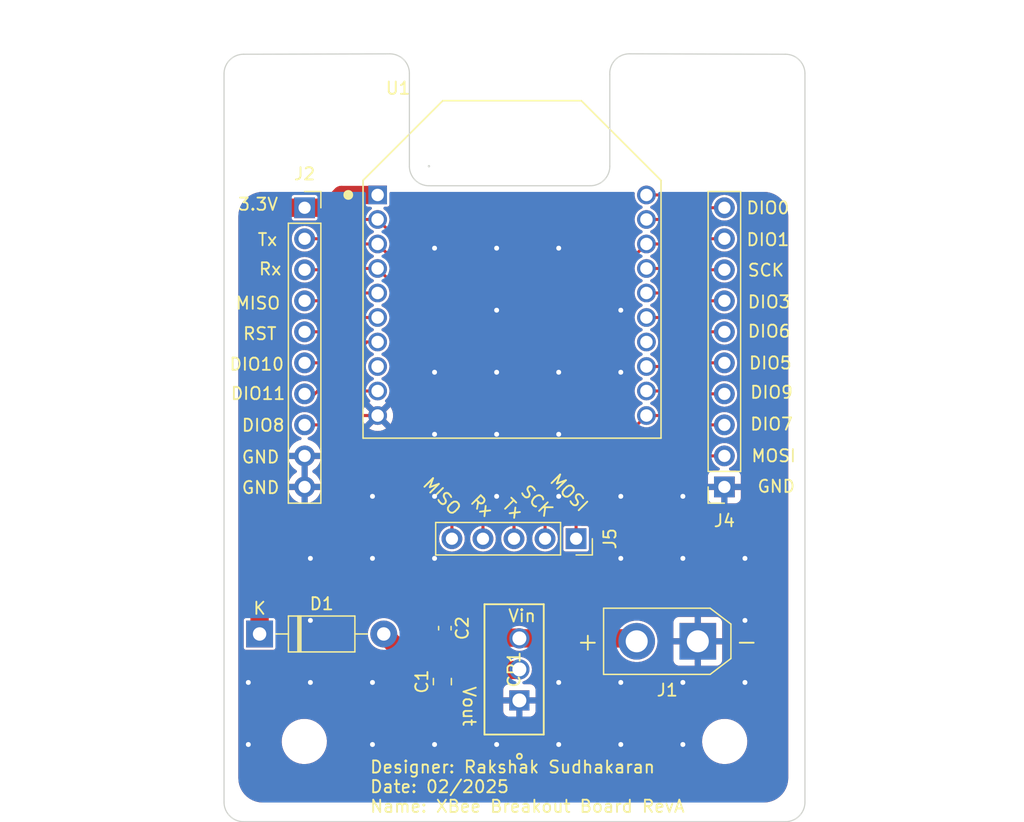
<source format=kicad_pcb>
(kicad_pcb (version 20221018) (generator pcbnew)
  (layers (0 "F.Cu" signal) (31 "B.Cu" signal) (34 "B.Paste" user) (35 "F.Paste" user) (36 "B.SilkS" user "B.Silkscreen") (37 "F.SilkS" user "F.Silkscreen") (38 "B.Mask" user) (39 "F.Mask" user) (44 "Edge.Cuts" user))
  (net 0 "")
  (net 1 "GND")
  (net 2 "Net-(CR1-VOUT)")
  (net 3 "Net-(CR1-VIN)")
  (net 4 "/Data Out (to Pico GPIO1-RX)")
  (net 5 "/Data In (to Pico GPIO0-TX)")
  (net 6 "/SPI_MISO")
  (net 7 "Net-(J2-Pin_6)")
  (net 8 "Net-(J2-Pin_7)")
  (net 9 "Net-(J2-Pin_8)")
  (net 10 "Net-(J4-Pin_7)")
  (net 11 "Net-(J4-Pin_3)")
  (net 12 "Net-(J4-Pin_4)")
  (net 13 "Net-(J4-Pin_5)")
  (net 14 "Net-(J4-Pin_6)")
  (net 15 "/SPI_SCK")
  (net 16 "Net-(J4-Pin_10)")
  (net 17 "Net-(J4-Pin_9)")
  (net 18 "/SPI_MOSI")
  (net 19 "Net-(D1-K)")
  (net 20 "Net-(J2-Pin_5)")
  (footprint "Diode_THT:D_DO-41_SOD81_P10.16mm_Horizontal" (layer "F.Cu") (at 118.74 91.2)
    (fp_text reference "D1" (at 5.08 -2.47) (layer "F.SilkS"))
    (fp_text value "1N5817")
    (fp_text user "K" (at 0 -2.1) (layer "F.SilkS"))
    (fp_line (start 1.34 0) (end 2.36 0) (stroke (width 0.12)) (layer "F.SilkS"))
    (fp_line (start 2.36 -1.47) (end 2.36 1.47) (stroke (width 0.12)) (layer "F.SilkS"))
    (fp_line (start 2.36 1.47) (end 7.8 1.47) (stroke (width 0.12)) (layer "F.SilkS"))
    (fp_line (start 3.14 -1.47) (end 3.14 1.47) (stroke (width 0.12)) (layer "F.SilkS"))
    (fp_line (start 3.26 -1.47) (end 3.26 1.47) (stroke (width 0.12)) (layer "F.SilkS"))
    (fp_line (start 3.38 -1.47) (end 3.38 1.47) (stroke (width 0.12)) (layer "F.SilkS"))
    (fp_line (start 7.8 -1.47) (end 2.36 -1.47) (stroke (width 0.12)) (layer "F.SilkS"))
    (fp_line (start 7.8 1.47) (end 7.8 -1.47) (stroke (width 0.12)) (layer "F.SilkS"))
    (fp_line (start 8.82 0) (end 7.8 0) (stroke (width 0.12)) (layer "F.SilkS"))
    (pad "1" thru_hole rect (at 0 0) (size 2.2 2.2) (drill 1.1) (layers "*.Cu" "*.Mask") (net 19 "Net-(D1-K)"))
    (pad "2" thru_hole oval (at 10.16 0) (size 2.2 2.2) (drill 1.1) (layers "*.Cu" "*.Mask") (net 2 "Net-(CR1-VOUT)"))
  )
  (footprint "Connector_PinSocket_2.54mm:PinSocket_1x05_P2.54mm_Vertical" (layer "F.Cu") (at 144.64 83.4 -90)
    (fp_text reference "J5" (at 0 -2.77 90) (layer "F.SilkS"))
    (fp_text value "Conn_01x05_Pin")
    (fp_line (start -1.33 1.27) (end -1.33 11.49) (stroke (width 0.12)) (layer "F.SilkS"))
    (fp_line (start -1.33 1.27) (end 1.33 1.27) (stroke (width 0.12)) (layer "F.SilkS"))
    (fp_line (start -1.33 11.49) (end 1.33 11.49) (stroke (width 0.12)) (layer "F.SilkS"))
    (fp_line (start 0 -1.33) (end 1.33 -1.33) (stroke (width 0.12)) (layer "F.SilkS"))
    (fp_line (start 1.33 -1.33) (end 1.33 0) (stroke (width 0.12)) (layer "F.SilkS"))
    (fp_line (start 1.33 1.27) (end 1.33 11.49) (stroke (width 0.12)) (layer "F.SilkS"))
    (pad "1" thru_hole rect (at 0 0 270) (size 1.7 1.7) (drill 1) (layers "*.Cu" "*.Mask") (net 18 "/SPI_MOSI"))
    (pad "2" thru_hole oval (at 0 2.54 270) (size 1.7 1.7) (drill 1) (layers "*.Cu" "*.Mask") (net 15 "/SPI_SCK"))
    (pad "3" thru_hole oval (at 0 5.08 270) (size 1.7 1.7) (drill 1) (layers "*.Cu" "*.Mask") (net 4 "/Data Out (to Pico GPIO1-RX)"))
    (pad "4" thru_hole oval (at 0 7.62 270) (size 1.7 1.7) (drill 1) (layers "*.Cu" "*.Mask") (net 5 "/Data In (to Pico GPIO0-TX)"))
    (pad "5" thru_hole oval (at 0 10.16 270) (size 1.7 1.7) (drill 1) (layers "*.Cu" "*.Mask") (net 6 "/SPI_MISO"))
  )
  (footprint "XBeeModule:XCVR_XB3-24Z8PT-J" (layer "F.Cu") (at 139.3982 61.3498)
    (fp_text reference "U1" (at -9.325 -14.835) (layer "F.SilkS"))
    (fp_text value "XB3-24Z8PT-J")
    (fp_line (start -12.192 -7.2898) (end -5.6642 -13.8176) (stroke (width 0.127)) (layer "F.SilkS"))
    (fp_line (start -12.192 13.8176) (end -12.192 -7.2898) (stroke (width 0.127)) (layer "F.SilkS"))
    (fp_line (start -5.6642 -13.8176) (end 5.6642 -13.8176) (stroke (width 0.127)) (layer "F.SilkS"))
    (fp_line (start 12.192 -7.2898) (end 5.6642 -13.8176) (stroke (width 0.127)) (layer "F.SilkS"))
    (fp_line (start 12.192 -7.2898) (end 12.192 13.8176) (stroke (width 0.127)) (layer "F.SilkS"))
    (fp_line (start 12.192 13.8176) (end -12.192 13.8176) (stroke (width 0.127)) (layer "F.SilkS"))
    (fp_circle (center -13.4 -6.1) (end -13.2 -6.1) (stroke (width 0.4)) (fill none) (layer "F.SilkS"))
    (pad "1" thru_hole rect (at -10.9982 -6.096) (size 1.53 1.53) (drill 1.02) (layers "*.Cu" "*.Mask") (net 19 "Net-(D1-K)"))
    (pad "2" thru_hole circle (at -10.9982 -4.0894) (size 1.53 1.53) (drill 1.02) (layers "*.Cu" "*.Mask") (net 4 "/Data Out (to Pico GPIO1-RX)"))
    (pad "3" thru_hole circle (at -10.9982 -2.0828) (size 1.53 1.53) (drill 1.02) (layers "*.Cu" "*.Mask") (net 5 "/Data In (to Pico GPIO0-TX)"))
    (pad "4" thru_hole circle (at -10.9982 -0.0762) (size 1.53 1.53) (drill 1.02) (layers "*.Cu" "*.Mask") (net 6 "/SPI_MISO"))
    (pad "5" thru_hole circle (at -10.9982 1.9304) (size 1.53 1.53) (drill 1.02) (layers "*.Cu" "*.Mask") (net 20 "Net-(J2-Pin_5)"))
    (pad "6" thru_hole circle (at -10.9982 3.937) (size 1.53 1.53) (drill 1.02) (layers "*.Cu" "*.Mask") (net 7 "Net-(J2-Pin_6)"))
    (pad "7" thru_hole circle (at -10.9982 5.9436) (size 1.53 1.53) (drill 1.02) (layers "*.Cu" "*.Mask") (net 8 "Net-(J2-Pin_7)"))
    (pad "8" thru_hole circle (at -10.9982 7.9502) (size 1.53 1.53) (drill 1.02) (layers "*.Cu" "*.Mask"))
    (pad "9" thru_hole circle (at -10.9982 9.9568) (size 1.53 1.53) (drill 1.02) (layers "*.Cu" "*.Mask") (net 9 "Net-(J2-Pin_8)"))
    (pad "10" thru_hole circle (at -10.9982 11.9634) (size 1.53 1.53) (drill 1.02) (layers "*.Cu" "*.Mask") (net 1 "GND"))
    (pad "11" thru_hole circle (at 10.9982 11.9634) (size 1.53 1.53) (drill 1.02) (layers "*.Cu" "*.Mask") (net 18 "/SPI_MOSI"))
    (pad "12" thru_hole circle (at 10.9982 9.9568) (size 1.53 1.53) (drill 1.02) (layers "*.Cu" "*.Mask") (net 11 "Net-(J4-Pin_3)"))
    (pad "13" thru_hole circle (at 10.9982 7.9502) (size 1.53 1.53) (drill 1.02) (layers "*.Cu" "*.Mask") (net 12 "Net-(J4-Pin_4)"))
    (pad "14" thru_hole circle (at 10.9982 5.9436) (size 1.53 1.53) (drill 1.02) (layers "*.Cu" "*.Mask"))
    (pad "15" thru_hole circle (at 10.9982 3.937) (size 1.53 1.53) (drill 1.02) (layers "*.Cu" "*.Mask") (net 13 "Net-(J4-Pin_5)"))
    (pad "16" thru_hole circle (at 10.9982 1.9304) (size 1.53 1.53) (drill 1.02) (layers "*.Cu" "*.Mask") (net 14 "Net-(J4-Pin_6)"))
    (pad "17" thru_hole circle (at 10.9982 -0.0762) (size 1.53 1.53) (drill 1.02) (layers "*.Cu" "*.Mask") (net 10 "Net-(J4-Pin_7)"))
    (pad "18" thru_hole circle (at 10.9982 -2.0828) (size 1.53 1.53) (drill 1.02) (layers "*.Cu" "*.Mask") (net 15 "/SPI_SCK"))
    (pad "19" thru_hole circle (at 10.9982 -4.0894) (size 1.53 1.53) (drill 1.02) (layers "*.Cu" "*.Mask") (net 17 "Net-(J4-Pin_9)"))
    (pad "20" thru_hole circle (at 10.9982 -6.096) (size 1.53 1.53) (drill 1.02) (layers "*.Cu" "*.Mask") (net 16 "Net-(J4-Pin_10)"))
    (zone (net 0) (net_name "") (layer "F.Cu") (connect_pads (clearance 0)) (min_thickness 0.01)
      (keepout (tracks not_allowed) (vias not_allowed) (pads not_allowed) (copperpour not_allowed) (footprints allowed))
      (fill (thermal_gap 0.508) (thermal_bridge_width 0.508))
      (polygon (pts (xy 97.4982 39.2898) (xy 181.2982 39.2898) (xy 181.2982 54.4898) (xy 97.4982 54.4898)))
    )
    (zone (net 0) (net_name "") (layer "B.Cu") (connect_pads (clearance 0)) (min_thickness 0.01)
      (keepout (tracks not_allowed) (vias not_allowed) (pads not_allowed) (copperpour not_allowed) (footprints allowed))
      (fill (thermal_gap 0.508) (thermal_bridge_width 0.508))
      (polygon (pts (xy 97.4982 39.2898) (xy 181.2982 39.2898) (xy 181.2982 54.4898) (xy 97.4982 54.4898)))
    )
  )
  (footprint "LD1117V33C:TO-220_STM" (layer "F.Cu") (at 140 96.64 90)
    (fp_text reference "CR1" (at 2.54 -0.4318 90 unlocked) (layer "F.SilkS"))
    (fp_text value "LD1117V33C")
    (fp_line (start -2.794 -2.8575) (end -2.794 1.9939) (stroke (width 0.1524)) (layer "F.SilkS"))
    (fp_line (start -2.794 1.9939) (end 7.874 1.9939) (stroke (width 0.1524)) (layer "F.SilkS"))
    (fp_line (start 7.874 -2.8575) (end -2.794 -2.8575) (stroke (width 0.1524)) (layer "F.SilkS"))
    (fp_line (start 7.874 1.9939) (end 7.874 -2.8575) (stroke (width 0.1524)) (layer "F.SilkS"))
    (fp_circle (center -4.572 0) (end -4.3688 0) (stroke (width 0.1524)) (fill none) (layer "F.SilkS"))
    (pad "1" thru_hole rect (at 0 0 90) (size 1.651 1.651) (drill 1.143) (layers "*.Cu" "*.Mask") (net 1 "GND"))
    (pad "2" thru_hole circle (at 2.54 0 90) (size 1.651 1.651) (drill 1.143) (layers "*.Cu" "*.Mask") (net 2 "Net-(CR1-VOUT)"))
    (pad "3" thru_hole circle (at 5.08 0 90) (size 1.651 1.651) (drill 1.143) (layers "*.Cu" "*.Mask") (net 3 "Net-(CR1-VIN)"))
  )
  (footprint "MountingHole:MountingHole_3.2mm_M3_DIN965" (layer "F.Cu") (at 122.4 50.3)
    (fp_text reference "REF**" hide)
    (fp_text value "MountingHole_3.2mm_M3_DIN965" hide)
    (pad "" np_thru_hole circle (at 0 0) (size 3.2 3.2) (drill 3.2) (layers "F&B.Cu" "*.Mask"))
  )
  (footprint "Connector_PinSocket_2.54mm:PinSocket_1x10_P2.54mm_Vertical" (layer "F.Cu") (at 156.775 79.16 180)
    (fp_text reference "J4" (at 0 -2.77) (layer "F.SilkS"))
    (fp_text value "Conn_01x10_Socket")
    (fp_line (start -1.33 1.27) (end -1.33 24.19) (stroke (width 0.12)) (layer "F.SilkS"))
    (fp_line (start -1.33 1.27) (end 1.33 1.27) (stroke (width 0.12)) (layer "F.SilkS"))
    (fp_line (start -1.33 24.19) (end 1.33 24.19) (stroke (width 0.12)) (layer "F.SilkS"))
    (fp_line (start 0 -1.33) (end 1.33 -1.33) (stroke (width 0.12)) (layer "F.SilkS"))
    (fp_line (start 1.33 -1.33) (end 1.33 0) (stroke (width 0.12)) (layer "F.SilkS"))
    (fp_line (start 1.33 1.27) (end 1.33 24.19) (stroke (width 0.12)) (layer "F.SilkS"))
    (pad "1" thru_hole rect (at 0 0 180) (size 1.7 1.7) (drill 1) (layers "*.Cu" "*.Mask") (net 1 "GND"))
    (pad "2" thru_hole oval (at 0 2.54 180) (size 1.7 1.7) (drill 1) (layers "*.Cu" "*.Mask") (net 18 "/SPI_MOSI"))
    (pad "3" thru_hole oval (at 0 5.08 180) (size 1.7 1.7) (drill 1) (layers "*.Cu" "*.Mask") (net 11 "Net-(J4-Pin_3)"))
    (pad "4" thru_hole oval (at 0 7.62 180) (size 1.7 1.7) (drill 1) (layers "*.Cu" "*.Mask") (net 12 "Net-(J4-Pin_4)"))
    (pad "5" thru_hole oval (at 0 10.16 180) (size 1.7 1.7) (drill 1) (layers "*.Cu" "*.Mask") (net 13 "Net-(J4-Pin_5)"))
    (pad "6" thru_hole oval (at 0 12.7 180) (size 1.7 1.7) (drill 1) (layers "*.Cu" "*.Mask") (net 14 "Net-(J4-Pin_6)"))
    (pad "7" thru_hole oval (at 0 15.24 180) (size 1.7 1.7) (drill 1) (layers "*.Cu" "*.Mask") (net 10 "Net-(J4-Pin_7)"))
    (pad "8" thru_hole oval (at 0 17.78 180) (size 1.7 1.7) (drill 1) (layers "*.Cu" "*.Mask") (net 15 "/SPI_SCK"))
    (pad "9" thru_hole oval (at 0 20.32 180) (size 1.7 1.7) (drill 1) (layers "*.Cu" "*.Mask") (net 17 "Net-(J4-Pin_9)"))
    (pad "10" thru_hole oval (at 0 22.86 180) (size 1.7 1.7) (drill 1) (layers "*.Cu" "*.Mask") (net 16 "Net-(J4-Pin_10)"))
  )
  (footprint "Capacitor_SMD:C_0805_2012Metric" (layer "F.Cu") (at 133.7 95.1 90)
    (fp_text reference "C1" (at 0 -1.68 90) (layer "F.SilkS"))
    (fp_text value "10u")
    (fp_line (start -0.261252 -0.735) (end 0.261252 -0.735) (stroke (width 0.12)) (layer "F.SilkS"))
    (fp_line (start -0.261252 0.735) (end 0.261252 0.735) (stroke (width 0.12)) (layer "F.SilkS"))
    (pad "1" smd roundrect (at -0.95 0 90) (size 1 1.45) (layers "F.Cu" "F.Paste" "F.Mask") (net 1 "GND"))
    (pad "2" smd roundrect (at 0.95 0 90) (size 1 1.45) (layers "F.Cu" "F.Paste" "F.Mask") (net 2 "Net-(CR1-VOUT)"))
  )
  (footprint "MountingHole:MountingHole_3.2mm_M3_DIN965" (layer "F.Cu") (at 156.8 100)
    (fp_text reference "REF**" hide)
    (fp_text value "MountingHole_3.2mm_M3_DIN965" hide)
    (pad "" np_thru_hole circle (at 0 0) (size 3.2 3.2) (drill 3.2) (layers "F&B.Cu" "*.Mask"))
  )
  (footprint "Connector_PinSocket_2.54mm:PinSocket_1x10_P2.54mm_Vertical" (layer "F.Cu") (at 122.425 56.3)
    (fp_text reference "J2" (at 0 -2.77) (layer "F.SilkS"))
    (fp_text value "Conn_01x10_Socket")
    (fp_line (start -1.33 1.27) (end -1.33 24.19) (stroke (width 0.12)) (layer "F.SilkS"))
    (fp_line (start -1.33 1.27) (end 1.33 1.27) (stroke (width 0.12)) (layer "F.SilkS"))
    (fp_line (start -1.33 24.19) (end 1.33 24.19) (stroke (width 0.12)) (layer "F.SilkS"))
    (fp_line (start 0 -1.33) (end 1.33 -1.33) (stroke (width 0.12)) (layer "F.SilkS"))
    (fp_line (start 1.33 -1.33) (end 1.33 0) (stroke (width 0.12)) (layer "F.SilkS"))
    (fp_line (start 1.33 1.27) (end 1.33 24.19) (stroke (width 0.12)) (layer "F.SilkS"))
    (pad "1" thru_hole rect (at 0 0) (size 1.7 1.7) (drill 1) (layers "*.Cu" "*.Mask") (net 19 "Net-(D1-K)"))
    (pad "2" thru_hole oval (at 0 2.54) (size 1.7 1.7) (drill 1) (layers "*.Cu" "*.Mask") (net 4 "/Data Out (to Pico GPIO1-RX)"))
    (pad "3" thru_hole oval (at 0 5.08) (size 1.7 1.7) (drill 1) (layers "*.Cu" "*.Mask") (net 5 "/Data In (to Pico GPIO0-TX)"))
    (pad "4" thru_hole oval (at 0 7.62) (size 1.7 1.7) (drill 1) (layers "*.Cu" "*.Mask") (net 6 "/SPI_MISO"))
    (pad "5" thru_hole oval (at 0 10.16) (size 1.7 1.7) (drill 1) (layers "*.Cu" "*.Mask") (net 20 "Net-(J2-Pin_5)"))
    (pad "6" thru_hole oval (at 0 12.7) (size 1.7 1.7) (drill 1) (layers "*.Cu" "*.Mask") (net 7 "Net-(J2-Pin_6)"))
    (pad "7" thru_hole oval (at 0 15.24) (size 1.7 1.7) (drill 1) (layers "*.Cu" "*.Mask") (net 8 "Net-(J2-Pin_7)"))
    (pad "8" thru_hole oval (at 0 17.78) (size 1.7 1.7) (drill 1) (layers "*.Cu" "*.Mask") (net 9 "Net-(J2-Pin_8)"))
    (pad "9" thru_hole oval (at 0 20.32) (size 1.7 1.7) (drill 1) (layers "*.Cu" "*.Mask") (net 1 "GND"))
    (pad "10" thru_hole oval (at 0 22.86) (size 1.7 1.7) (drill 1) (layers "*.Cu" "*.Mask") (net 1 "GND"))
  )
  (footprint "MountingHole:MountingHole_3.2mm_M3_DIN965" (layer "F.Cu") (at 156.8 50.3)
    (fp_text reference "REF**" hide)
    (fp_text value "MountingHole_3.2mm_M3_DIN965" hide)
    (pad "" np_thru_hole circle (at 0 0) (size 3.2 3.2) (drill 3.2) (layers "F&B.Cu" "*.Mask"))
  )
  (footprint "MountingHole:MountingHole_3.2mm_M3_DIN965" (layer "F.Cu") (at 122.4 100)
    (fp_text reference "REF**" hide)
    (fp_text value "MountingHole_3.2mm_M3_DIN965" hide)
    (pad "" np_thru_hole circle (at 0 0) (size 3.2 3.2) (drill 3.2) (layers "F&B.Cu" "*.Mask"))
  )
  (footprint "Connector_AMASS:AMASS_XT30UPB-M_1x02_P5.0mm_Vertical" (layer "F.Cu") (at 154.6 91.8 180)
    (fp_text reference "J1" (at 2.5 -4) (layer "F.SilkS"))
    (fp_text value "Conn_01x02")
    (fp_text user "-" (at -4 0) (layer "F.SilkS") (effects (font (size 1.5 1.5))))
    (fp_text user "+" (at 9 0) (layer "F.SilkS") (effects (font (size 1.5 1.5))))
    (fp_line (start -2.71 -1.41) (end -2.71 1.41) (stroke (width 0.12)) (layer "F.SilkS"))
    (fp_line (start -2.71 -1.41) (end -1.01 -2.71) (stroke (width 0.12)) (layer "F.SilkS"))
    (fp_line (start -2.71 1.41) (end -1.01 2.71) (stroke (width 0.12)) (layer "F.SilkS"))
    (fp_line (start -1.01 -2.71) (end 7.71 -2.71) (stroke (width 0.12)) (layer "F.SilkS"))
    (fp_line (start -1.01 2.71) (end 7.71 2.71) (stroke (width 0.12)) (layer "F.SilkS"))
    (fp_line (start 7.71 -2.71) (end 7.71 2.71) (stroke (width 0.12)) (layer "F.SilkS"))
    (pad "1" thru_hole rect (at 0 0 180) (size 3 3) (drill 1.8) (layers "*.Cu" "*.Mask") (net 1 "GND"))
    (pad "2" thru_hole circle (at 5 0 180) (size 3 3) (drill 1.8) (layers "*.Cu" "*.Mask") (net 3 "Net-(CR1-VIN)"))
  )
  (footprint "Capacitor_SMD:C_0603_1608Metric" (layer "F.Cu") (at 133.9 90.725 -90)
    (fp_text reference "C2" (at 0 -1.43 90) (layer "F.SilkS"))
    (fp_text value "100n")
    (fp_line (start -0.14058 -0.51) (end 0.14058 -0.51) (stroke (width 0.12)) (layer "F.SilkS"))
    (fp_line (start -0.14058 0.51) (end 0.14058 0.51) (stroke (width 0.12)) (layer "F.SilkS"))
    (pad "1" smd roundrect (at -0.775 0 270) (size 0.9 0.95) (layers "F.Cu" "F.Paste" "F.Mask") (net 1 "GND"))
    (pad "2" smd roundrect (at 0.775 0 270) (size 0.9 0.95) (layers "F.Cu" "F.Paste" "F.Mask") (net 3 "Net-(CR1-VIN)"))
  )
  (gr_line (start 147.400001 45.4) (end 147.4 52.9) (stroke (width 0.1)) (layer "Edge.Cuts"))
  (gr_arc (start 161.768629 43.731371) (mid 162.9 44.2) (end 163.368629 45.331371) (stroke (width 0.1)) (layer "Edge.Cuts"))
  (gr_arc (start 147.4 52.9) (mid 146.931371 54.031371) (end 145.8 54.5) (stroke (width 0.1)) (layer "Edge.Cuts"))
  (gr_line (start 145.8 54.5) (end 132.6 54.5) (stroke (width 0.1)) (layer "Edge.Cuts"))
  (gr_line (start 161.768629 106.568629) (end 117.431371 106.568629) (stroke (width 0.1)) (layer "Edge.Cuts"))
  (gr_line (start 115.831371 104.968629) (end 115.831371 45.331371) (stroke (width 0.1)) (layer "Edge.Cuts"))
  (gr_arc (start 115.831371 45.331371) (mid 116.3 44.2) (end 117.431371 43.731371) (stroke (width 0.1)) (layer "Edge.Cuts"))
  (gr_line (start 163.368629 45.331371) (end 163.368629 104.968629) (stroke (width 0.1)) (layer "Edge.Cuts"))
  (gr_circle (center 132.6 52.9) (end 132.6 52.9) (stroke (width 0.1)) (fill none) (layer "Edge.Cuts"))
  (gr_arc (start 132.6 54.5) (mid 131.468629 54.031371) (end 131 52.9) (stroke (width 0.1)) (layer "Edge.Cuts"))
  (gr_arc (start 147.400001 45.4) (mid 147.831602 44.202347) (end 149 43.696879) (stroke (width 0.1)) (layer "Edge.Cuts"))
  (gr_line (start 131 45.3) (end 131 52.9) (stroke (width 0.1)) (layer "Edge.Cuts"))
  (gr_line (start 149 43.696879) (end 161.768629 43.731371) (stroke (width 0.1)) (layer "Edge.Cuts"))
  (gr_arc (start 129.4 43.7) (mid 130.531371 44.168629) (end 131 45.3) (stroke (width 0.1)) (layer "Edge.Cuts"))
  (gr_arc (start 117.431371 106.568629) (mid 116.3 106.1) (end 115.831371 104.968629) (stroke (width 0.1)) (layer "Edge.Cuts"))
  (gr_arc (start 163.368629 104.968629) (mid 162.9 106.1) (end 161.768629 106.568629) (stroke (width 0.1)) (layer "Edge.Cuts"))
  (gr_line (start 117.431371 43.731371) (end 129.4 43.7) (stroke (width 0.1)) (layer "Edge.Cuts"))
  (gr_text "Designer: Rakshak Sudhakaran\nDate: 02/2025\nName: XBee Breakout Board RevA" (at 127.7 105.9) (layer "F.SilkS") (effects (font (size 1 1)) (justify left bottom)))
  (gr_text "MISO" (at 116.7 64.7) (layer "F.SilkS") (effects (font (size 1 1)) (justify left bottom)))
  (gr_text "DIO3" (at 158.6 64.6) (layer "F.SilkS") (effects (font (size 1 1)) (justify left bottom)))
  (gr_text "Rx" (at 135.8 80.4 -45) (layer "F.SilkS") (effects (font (size 1 1)) (justify left bottom)))
  (gr_text "SCK" (at 158.6 62) (layer "F.SilkS") (effects (font (size 1 1)) (justify left bottom)))
  (gr_text "DIO1" (at 158.5 59.5) (layer "F.SilkS") (effects (font (size 1 1)) (justify left bottom)))
  (gr_text "DIO10" (at 116.2 69.7) (layer "F.SilkS") (effects (font (size 1 1)) (justify left bottom)))
  (gr_text "Rx" (at 118.6 61.9) (layer "F.SilkS") (effects (font (size 1 1)) (justify left bottom)))
  (gr_text "DIO9" (at 158.8 72) (layer "F.SilkS") (effects (font (size 1 1)) (justify left bottom)))
  (gr_text "DIO5" (at 158.7 69.6) (layer "F.SilkS") (effects (font (size 1 1)) (justify left bottom)))
  (gr_text "GND" (at 159.4 79.7) (layer "F.SilkS") (effects (font (size 1 1)) (justify left bottom)))
  (gr_text "Tx" (at 118.5 59.5) (layer "F.SilkS") (effects (font (size 1 1)) (justify left bottom)))
  (gr_text "Tx" (at 138.4 80.7 -45) (layer "F.SilkS") (effects (font (size 1 1)) (justify left bottom)))
  (gr_text "Vin" (at 139 90.3) (layer "F.SilkS") (effects (font (size 1 1)) (justify left bottom)))
  (gr_text "DIO7" (at 158.8 74.6) (layer "F.SilkS") (effects (font (size 1 1)) (justify left bottom)))
  (gr_text "GND" (at 117.2 77.3) (layer "F.SilkS") (effects (font (size 1 1)) (justify left bottom)))
  (gr_text "RST" (at 117.3 67.2) (layer "F.SilkS") (effects (font (size 1 1)) (justify left bottom)))
  (gr_text "GND" (at 117.2 79.8) (layer "F.SilkS") (effects (font (size 1 1)) (justify left bottom)))
  (gr_text "DIO11" (at 116.3 72.1) (layer "F.SilkS") (effects (font (size 1 1)) (justify left bottom)))
  (gr_text "DIO6" (at 158.6 67) (layer "F.SilkS") (effects (font (size 1 1)) (justify left bottom)))
  (gr_text "MISO" (at 131.9 79 -45) (layer "F.SilkS") (effects (font (size 1 1)) (justify left bottom)))
  (gr_text "DIO8" (at 117.2 74.7) (layer "F.SilkS") (effects (font (size 1 1)) (justify left bottom)))
  (gr_text "Vout" (at 135.3 95.4 270) (layer "F.SilkS") (effects (font (size 1 1)) (justify left bottom)))
  (gr_text "SCK" (at 139.9 79.6 -45) (layer "F.SilkS") (effects (font (size 1 1)) (justify left bottom)))
  (gr_text "3.3V" (at 116.9 56.6) (layer "F.SilkS") (effects (font (size 1 1)) (justify left bottom)))
  (gr_text "DIO0" (at 158.5 56.9) (layer "F.SilkS") (effects (font (size 1 1)) (justify left bottom)))
  (gr_text "MOSI" (at 142.3 78.7 -45) (layer "F.SilkS") (effects (font (size 1 1)) (justify left bottom)))
  (gr_text "MOSI" (at 158.9 77.2) (layer "F.SilkS") (effects (font (size 1 1)) (justify left bottom)))
  (segment (start 122.425 76.62) (end 123.88 76.62) (width 0.25) (layer "F.Cu") (net 1))
  (segment (start 123.88 76.62) (end 127.1868 73.3132) (width 0.25) (layer "F.Cu") (net 1))
  (segment (start 127.1868 73.3132) (end 128.4 73.3132) (width 0.25) (layer "F.Cu") (net 1))
  (via (at 133.0582 79.9298) (size 0.8) (drill 0.4) (layers "F.Cu" "B.Cu") (net 1))
  (via (at 143.2182 74.8498) (size 0.8) (drill 0.4) (layers "F.Cu" "B.Cu") (net 1))
  (via (at 133.0582 69.7698) (size 0.8) (drill 0.4) (layers "F.Cu" "B.Cu") (net 1))
  (via (at 148.2982 69.7698) (size 0.8) (drill 0.4) (layers "F.Cu" "B.Cu") (net 1))
  (via (at 138.1382 64.6898) (size 0.8) (drill 0.4) (layers "F.Cu" "B.Cu") (net 1))
  (via (at 133.0582 85.0098) (size 0.8) (drill 0.4) (layers "F.Cu" "B.Cu") (net 1))
  (via (at 153.3782 85.0098) (size 0.8) (drill 0.4) (layers "F.Cu" "B.Cu") (net 1))
  (via (at 138.1382 100.2498) (size 0.8) (drill 0.4) (layers "F.Cu" "B.Cu") (net 1))
  (via (at 143.2182 69.7698) (size 0.8) (drill 0.4) (layers "F.Cu" "B.Cu") (net 1))
  (via (at 138.1382 59.6098) (size 0.8) (drill 0.4) (layers "F.Cu" "B.Cu") (net 1))
  (via (at 148.2982 79.9298) (size 0.8) (drill 0.4) (layers "F.Cu" "B.Cu") (net 1))
  (via (at 158.4582 95.1698) (size 0.8) (drill 0.4) (layers "F.Cu" "B.Cu") (net 1))
  (via (at 133.0582 100.2498) (size 0.8) (drill 0.4) (layers "F.Cu" "B.Cu") (net 1))
  (via (at 133.0582 59.6098) (size 0.8) (drill 0.4) (layers "F.Cu" "B.Cu") (net 1))
  (via (at 127.9782 85.0098) (size 0.8) (drill 0.4) (layers "F.Cu" "B.Cu") (net 1))
  (via (at 158.4582 85.0098) (size 0.8) (drill 0.4) (layers "F.Cu" "B.Cu") (net 1))
  (via (at 143.2182 79.9298) (size 0.8) (drill 0.4) (layers "F.Cu" "B.Cu") (net 1))
  (via (at 138.1382 79.9298) (size 0.8) (drill 0.4) (layers "F.Cu" "B.Cu") (net 1))
  (via (at 122.8982 95.1698) (size 0.8) (drill 0.4) (layers "F.Cu" "B.Cu") (net 1))
  (via (at 127.9782 95.1698) (size 0.8) (drill 0.4) (layers "F.Cu" "B.Cu") (net 1))
  (via (at 143.2182 59.6098) (size 0.8) (drill 0.4) (layers "F.Cu" "B.Cu") (net 1))
  (via (at 127.9782 100.2498) (size 0.8) (drill 0.4) (layers "F.Cu" "B.Cu") (net 1))
  (via (at 143.2182 100.2498) (size 0.8) (drill 0.4) (layers "F.Cu" "B.Cu") (net 1))
  (via (at 148.2982 100.2498) (size 0.8) (drill 0.4) (layers "F.Cu" "B.Cu") (net 1))
  (via (at 138.1382 74.8498) (size 0.8) (drill 0.4) (layers "F.Cu" "B.Cu") (net 1))
  (via (at 138.1382 69.7698) (size 0.8) (drill 0.4) (layers "F.Cu" "B.Cu") (net 1))
  (via (at 127.9782 79.9298) (size 0.8) (drill 0.4) (layers "F.Cu" "B.Cu") (net 1))
  (via (at 148.2982 85.0098) (size 0.8) (drill 0.4) (layers "F.Cu" "B.Cu") (net 1))
  (via (at 158.4582 90.0898) (size 0.8) (drill 0.4) (layers "F.Cu" "B.Cu") (net 1))
  (via (at 148.2982 64.6898) (size 0.8) (drill 0.4) (layers "F.Cu" "B.Cu") (net 1))
  (via (at 122.8982 85.0098) (size 0.8) (drill 0.4) (layers "F.Cu" "B.Cu") (net 1))
  (via (at 117.8182 95.1698) (size 0.8) (drill 0.4) (layers "F.Cu" "B.Cu") (net 1))
  (via (at 143.2182 95.1698) (size 0.8) (drill 0.4) (layers "F.Cu" "B.Cu") (net 1))
  (via (at 133.0582 74.8498) (size 0.8) (drill 0.4) (layers "F.Cu" "B.Cu") (net 1))
  (via (at 117.8182 100.2498) (size 0.8) (drill 0.4) (layers "F.Cu" "B.Cu") (net 1))
  (via (at 153.3782 79.9298) (size 0.8) (drill 0.4) (layers "F.Cu" "B.Cu") (net 1))
  (via (at 153.3782 100.2498) (size 0.8) (drill 0.4) (layers "F.Cu" "B.Cu") (net 1))
  (via (at 153.3782 95.1698) (size 0.8) (drill 0.4) (layers "F.Cu" "B.Cu") (net 1))
  (via (at 122.8982 90.0898) (size 0.8) (drill 0.4) (layers "F.Cu" "B.Cu") (net 1))
  (via (at 148.2982 95.1698) (size 0.8) (drill 0.4) (layers "F.Cu" "B.Cu") (net 1))
  (segment (start 139.95 94.15) (end 140 94.1) (width 1.5) (layer "F.Cu") (net 2))
  (segment (start 128.9 91.2) (end 131.85 94.15) (width 1.5) (layer "F.Cu") (net 2))
  (segment (start 133.7 94.15) (end 139.95 94.15) (width 1.5) (layer "F.Cu") (net 2))
  (segment (start 131.85 94.15) (end 133.7 94.15) (width 1.5) (layer "F.Cu") (net 2))
  (segment (start 149.36 91.56) (end 149.6 91.8) (width 1.5) (layer "F.Cu") (net 3))
  (segment (start 139.94 91.5) (end 140 91.56) (width 1.5) (layer "F.Cu") (net 3))
  (segment (start 140 91.56) (end 149.36 91.56) (width 1.5) (layer "F.Cu") (net 3))
  (segment (start 133.9 91.5) (end 139.94 91.5) (width 1.5) (layer "F.Cu") (net 3))
  (segment (start 139.56 68.4204) (end 128.4 57.2604) (width 0.25) (layer "F.Cu") (net 4))
  (segment (start 124.46 58.84) (end 126.0396 57.2604) (width 0.25) (layer "F.Cu") (net 4))
  (segment (start 139.56 83.4) (end 139.56 68.4204) (width 0.25) (layer "F.Cu") (net 4))
  (segment (start 126.0396 57.2604) (end 128.4 57.2604) (width 0.25) (layer "F.Cu") (net 4))
  (segment (start 122.425 58.84) (end 124.46 58.84) (width 0.25) (layer "F.Cu") (net 4))
  (segment (start 126.233 59.267) (end 128.4 59.267) (width 0.25) (layer "F.Cu") (net 5))
  (segment (start 137.02 67.887) (end 128.4 59.267) (width 0.25) (layer "F.Cu") (net 5))
  (segment (start 122.425 61.38) (end 124.12 61.38) (width 0.25) (layer "F.Cu") (net 5))
  (segment (start 137.02 83.4) (end 137.02 67.887) (width 0.25) (layer "F.Cu") (net 5))
  (segment (start 124.12 61.38) (end 126.233 59.267) (width 0.25) (layer "F.Cu") (net 5))
  (segment (start 126.8264 61.2736) (end 128.4 61.2736) (width 0.25) (layer "F.Cu") (net 6))
  (segment (start 122.425 63.92) (end 124.18 63.92) (width 0.25) (layer "F.Cu") (net 6))
  (segment (start 134.48 83.4) (end 134.48 67.3536) (width 0.25) (layer "F.Cu") (net 6))
  (segment (start 124.18 63.92) (end 126.8264 61.2736) (width 0.25) (layer "F.Cu") (net 6))
  (segment (start 134.48 67.3536) (end 128.4 61.2736) (width 0.25) (layer "F.Cu") (net 6))
  (segment (start 122.425 69) (end 123.6 69) (width 0.25) (layer "F.Cu") (net 7))
  (segment (start 127.3132 65.2868) (end 128.4 65.2868) (width 0.25) (layer "F.Cu") (net 7))
  (segment (start 123.6 69) (end 127.3132 65.2868) (width 0.25) (layer "F.Cu") (net 7))
  (segment (start 123.26 71.54) (end 127.5066 67.2934) (width 0.25) (layer "F.Cu") (net 8))
  (segment (start 127.5066 67.2934) (end 128.4 67.2934) (width 0.25) (layer "F.Cu") (net 8))
  (segment (start 122.425 71.54) (end 123.26 71.54) (width 0.25) (layer "F.Cu") (net 8))
  (segment (start 124.22 74.08) (end 126.9934 71.3066) (width 0.25) (layer "F.Cu") (net 9))
  (segment (start 126.9934 71.3066) (end 128.4 71.3066) (width 0.25) (layer "F.Cu") (net 9))
  (segment (start 122.425 74.08) (end 124.22 74.08) (width 0.25) (layer "F.Cu") (net 9))
  (segment (start 152.1736 61.2736) (end 154.82 63.92) (width 0.25) (layer "F.Cu") (net 10))
  (segment (start 154.82 63.92) (end 156.775 63.92) (width 0.25) (layer "F.Cu") (net 10))
  (segment (start 150.3964 61.2736) (end 152.1736 61.2736) (width 0.25) (layer "F.Cu") (net 10))
  (segment (start 150.3964 71.3066) (end 152.5066 71.3066) (width 0.25) (layer "F.Cu") (net 11))
  (segment (start 155.28 74.08) (end 156.775 74.08) (width 0.25) (layer "F.Cu") (net 11))
  (segment (start 152.5066 71.3066) (end 155.28 74.08) (width 0.25) (layer "F.Cu") (net 11))
  (segment (start 152.5 69.3) (end 154.74 71.54) (width 0.25) (layer "F.Cu") (net 12))
  (segment (start 154.74 71.54) (end 156.775 71.54) (width 0.25) (layer "F.Cu") (net 12))
  (segment (start 150.3964 69.3) (end 152.5 69.3) (width 0.25) (layer "F.Cu") (net 12))
  (segment (start 151.8868 65.2868) (end 155.6 69) (width 0.25) (layer "F.Cu") (net 13))
  (segment (start 150.3964 65.2868) (end 151.8868 65.2868) (width 0.25) (layer "F.Cu") (net 13))
  (segment (start 155.6 69) (end 156.775 69) (width 0.25) (layer "F.Cu") (net 13))
  (segment (start 150.3964 63.2802) (end 152.0802 63.2802) (width 0.25) (layer "F.Cu") (net 14))
  (segment (start 155.26 66.46) (end 156.775 66.46) (width 0.25) (layer "F.Cu") (net 14))
  (segment (start 152.0802 63.2802) (end 155.26 66.46) (width 0.25) (layer "F.Cu") (net 14))
  (segment (start 154.58 61.38) (end 156.775 61.38) (width 0.25) (layer "F.Cu") (net 15))
  (segment (start 152.467 59.267) (end 154.58 61.38) (width 0.25) (layer "F.Cu") (net 15))
  (segment (start 150.3964 59.267) (end 152.467 59.267) (width 0.25) (layer "F.Cu") (net 15))
  (segment (start 142.1 67.5634) (end 150.3964 59.267) (width 0.25) (layer "F.Cu") (net 15))
  (segment (start 142.1 83.4) (end 142.1 67.5634) (width 0.25) (layer "F.Cu") (net 15))
  (segment (start 156.775 56.3) (end 154.1 56.3) (width 0.25) (layer "F.Cu") (net 16))
  (segment (start 154.1 56.3) (end 153.0538 55.2538) (width 0.25) (layer "F.Cu") (net 16))
  (segment (start 153.0538 55.2538) (end 150.3964 55.2538) (width 0.25) (layer "F.Cu") (net 16))
  (segment (start 150.3964 57.2604) (end 152.9604 57.2604) (width 0.25) (layer "F.Cu") (net 17))
  (segment (start 154.54 58.84) (end 156.775 58.84) (width 0.25) (layer "F.Cu") (net 17))
  (segment (start 152.9604 57.2604) (end 154.54 58.84) (width 0.25) (layer "F.Cu") (net 17))
  (segment (start 155.32 76.62) (end 156.775 76.62) (width 0.25) (layer "F.Cu") (net 18))
  (segment (start 150.3964 73.3132) (end 152.0132 73.3132) (width 0.25) (layer "F.Cu") (net 18))
  (segment (start 144.64 79.0696) (end 150.3964 73.3132) (width 0.25) (layer "F.Cu") (net 18))
  (segment (start 144.64 83.4) (end 144.64 79.0696) (width 0.25) (layer "F.Cu") (net 18))
  (segment (start 152.0132 73.3132) (end 155.32 76.62) (width 0.25) (layer "F.Cu") (net 18))
  (segment (start 128.4 55.2538) (end 125.4462 55.2538) (width 1.5) (layer "F.Cu") (net 19))
  (segment (start 120.5 56.3) (end 118.74 58.06) (width 1.5) (layer "F.Cu") (net 19))
  (segment (start 122.425 56.3) (end 120.5 56.3) (width 1.5) (layer "F.Cu") (net 19))
  (segment (start 122.425 56.3) (end 124.4 56.3) (width 1.5) (layer "F.Cu") (net 19))
  (segment (start 124.4 56.3) (end 125.4462 55.2538) (width 1.5) (layer "F.Cu") (net 19))
  (segment (start 118.74 58.06) (end 118.74 91.2) (width 1.5) (layer "F.Cu") (net 19))
  (segment (start 124.04 66.46) (end 127.2198 63.2802) (width 0.25) (layer "F.Cu") (net 20))
  (segment (start 122.425 66.46) (end 124.04 66.46) (width 0.25) (layer "F.Cu") (net 20))
  (segment (start 127.2198 63.2802) (end 128.4 63.2802) (width 0.25) (layer "F.Cu") (net 20))
  (zone (net 1) (net_name "GND") (layers "F&B.Cu") (connect_pads (clearance 0)) (min_thickness 0.25) (fill yes (thermal_gap 0.5) (thermal_bridge_width 0.5) (smoothing fillet) (radius 2))
    (polygon (pts (xy 117 105) (xy 117 55) (xy 162 55) (xy 162 105)))
  )
)
</source>
